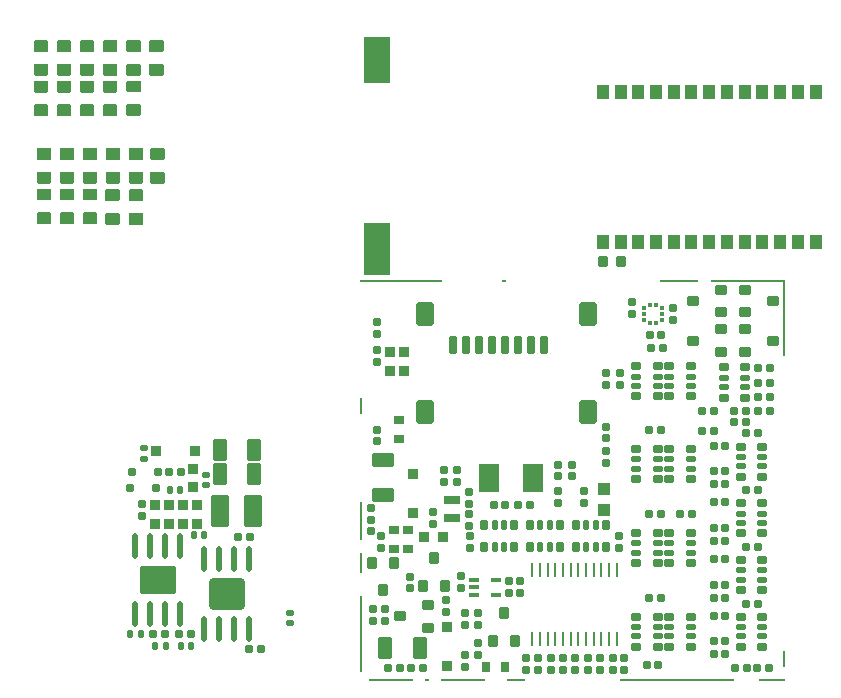
<source format=gbp>
G75*
G70*
%OFA0B0*%
%FSLAX25Y25*%
%IPPOS*%
%LPD*%
%AMOC8*
5,1,8,0,0,1.08239X$1,22.5*
%
%AMM100*
21,1,0.035430,0.030320,-0.000000,0.000000,0.000000*
21,1,0.028350,0.037400,-0.000000,0.000000,0.000000*
1,1,0.007090,0.014170,-0.015160*
1,1,0.007090,-0.014170,-0.015160*
1,1,0.007090,-0.014170,0.015160*
1,1,0.007090,0.014170,0.015160*
%
%AMM103*
21,1,0.027560,0.030710,-0.000000,0.000000,90.000000*
21,1,0.022050,0.036220,-0.000000,0.000000,90.000000*
1,1,0.005510,0.015350,0.011020*
1,1,0.005510,0.015350,-0.011020*
1,1,0.005510,-0.015350,-0.011020*
1,1,0.005510,-0.015350,0.011020*
%
%AMM124*
21,1,0.033470,0.026770,-0.000000,0.000000,180.000000*
21,1,0.026770,0.033470,-0.000000,0.000000,180.000000*
1,1,0.006690,-0.013390,0.013390*
1,1,0.006690,0.013390,0.013390*
1,1,0.006690,0.013390,-0.013390*
1,1,0.006690,-0.013390,-0.013390*
%
%AMM125*
21,1,0.025590,0.026380,-0.000000,0.000000,90.000000*
21,1,0.020470,0.031500,-0.000000,0.000000,90.000000*
1,1,0.005120,0.013190,0.010240*
1,1,0.005120,0.013190,-0.010240*
1,1,0.005120,-0.013190,-0.010240*
1,1,0.005120,-0.013190,0.010240*
%
%AMM126*
21,1,0.017720,0.027950,-0.000000,0.000000,90.000000*
21,1,0.014170,0.031500,-0.000000,0.000000,90.000000*
1,1,0.003540,0.013980,0.007090*
1,1,0.003540,0.013980,-0.007090*
1,1,0.003540,-0.013980,-0.007090*
1,1,0.003540,-0.013980,0.007090*
%
%AMM127*
21,1,0.033470,0.026770,-0.000000,0.000000,90.000000*
21,1,0.026770,0.033470,-0.000000,0.000000,90.000000*
1,1,0.006690,0.013390,0.013390*
1,1,0.006690,0.013390,-0.013390*
1,1,0.006690,-0.013390,-0.013390*
1,1,0.006690,-0.013390,0.013390*
%
%AMM128*
21,1,0.078740,0.045670,-0.000000,0.000000,270.000000*
21,1,0.067320,0.057090,-0.000000,0.000000,270.000000*
1,1,0.011420,-0.022840,-0.033660*
1,1,0.011420,-0.022840,0.033660*
1,1,0.011420,0.022840,0.033660*
1,1,0.011420,0.022840,-0.033660*
%
%AMM129*
21,1,0.059060,0.020470,-0.000000,0.000000,270.000000*
21,1,0.053940,0.025590,-0.000000,0.000000,270.000000*
1,1,0.005120,-0.010240,-0.026970*
1,1,0.005120,-0.010240,0.026970*
1,1,0.005120,0.010240,0.026970*
1,1,0.005120,0.010240,-0.026970*
%
%AMM130*
21,1,0.035430,0.030320,-0.000000,0.000000,270.000000*
21,1,0.028350,0.037400,-0.000000,0.000000,270.000000*
1,1,0.007090,-0.015160,-0.014170*
1,1,0.007090,-0.015160,0.014170*
1,1,0.007090,0.015160,0.014170*
1,1,0.007090,0.015160,-0.014170*
%
%AMM131*
21,1,0.012600,0.028980,-0.000000,0.000000,270.000000*
21,1,0.010080,0.031500,-0.000000,0.000000,270.000000*
1,1,0.002520,-0.014490,-0.005040*
1,1,0.002520,-0.014490,0.005040*
1,1,0.002520,0.014490,0.005040*
1,1,0.002520,0.014490,-0.005040*
%
%AMM132*
21,1,0.070870,0.036220,-0.000000,0.000000,90.000000*
21,1,0.061810,0.045280,-0.000000,0.000000,90.000000*
1,1,0.009060,0.018110,0.030910*
1,1,0.009060,0.018110,-0.030910*
1,1,0.009060,-0.018110,-0.030910*
1,1,0.009060,-0.018110,0.030910*
%
%AMM133*
21,1,0.035830,0.026770,-0.000000,0.000000,90.000000*
21,1,0.029130,0.033470,-0.000000,0.000000,90.000000*
1,1,0.006690,0.013390,0.014570*
1,1,0.006690,0.013390,-0.014570*
1,1,0.006690,-0.013390,-0.014570*
1,1,0.006690,-0.013390,0.014570*
%
%AMM134*
21,1,0.027560,0.049610,-0.000000,0.000000,90.000000*
21,1,0.022050,0.055120,-0.000000,0.000000,90.000000*
1,1,0.005510,0.024800,0.011020*
1,1,0.005510,0.024800,-0.011020*
1,1,0.005510,-0.024800,-0.011020*
1,1,0.005510,-0.024800,0.011020*
%
%AMM135*
21,1,0.070870,0.036220,-0.000000,0.000000,180.000000*
21,1,0.061810,0.045280,-0.000000,0.000000,180.000000*
1,1,0.009060,-0.030910,0.018110*
1,1,0.009060,0.030910,0.018110*
1,1,0.009060,0.030910,-0.018110*
1,1,0.009060,-0.030910,-0.018110*
%
%AMM136*
21,1,0.027560,0.030710,-0.000000,0.000000,180.000000*
21,1,0.022050,0.036220,-0.000000,0.000000,180.000000*
1,1,0.005510,-0.011020,0.015350*
1,1,0.005510,0.011020,0.015350*
1,1,0.005510,0.011020,-0.015350*
1,1,0.005510,-0.011020,-0.015350*
%
%AMM42*
21,1,0.035830,0.026770,0.000000,0.000000,0.000000*
21,1,0.029130,0.033470,0.000000,0.000000,0.000000*
1,1,0.006690,0.014570,-0.013390*
1,1,0.006690,-0.014570,-0.013390*
1,1,0.006690,-0.014570,0.013390*
1,1,0.006690,0.014570,0.013390*
%
%AMM44*
21,1,0.070870,0.036220,0.000000,0.000000,90.000000*
21,1,0.061810,0.045280,0.000000,0.000000,90.000000*
1,1,0.009060,0.018110,0.030910*
1,1,0.009060,0.018110,-0.030910*
1,1,0.009060,-0.018110,-0.030910*
1,1,0.009060,-0.018110,0.030910*
%
%AMM66*
21,1,0.023620,0.018900,0.000000,0.000000,90.000000*
21,1,0.018900,0.023620,0.000000,0.000000,90.000000*
1,1,0.004720,0.009450,0.009450*
1,1,0.004720,0.009450,-0.009450*
1,1,0.004720,-0.009450,-0.009450*
1,1,0.004720,-0.009450,0.009450*
%
%AMM67*
21,1,0.019680,0.019680,0.000000,0.000000,0.000000*
21,1,0.015750,0.023620,0.000000,0.000000,0.000000*
1,1,0.003940,0.007870,-0.009840*
1,1,0.003940,-0.007870,-0.009840*
1,1,0.003940,-0.007870,0.009840*
1,1,0.003940,0.007870,0.009840*
%
%AMM68*
21,1,0.019680,0.019680,0.000000,0.000000,270.000000*
21,1,0.015750,0.023620,0.000000,0.000000,270.000000*
1,1,0.003940,-0.009840,-0.007870*
1,1,0.003940,-0.009840,0.007870*
1,1,0.003940,0.009840,0.007870*
1,1,0.003940,0.009840,-0.007870*
%
%AMM82*
21,1,0.106300,0.050390,0.000000,0.000000,90.000000*
21,1,0.093700,0.062990,0.000000,0.000000,90.000000*
1,1,0.012600,0.025200,0.046850*
1,1,0.012600,0.025200,-0.046850*
1,1,0.012600,-0.025200,-0.046850*
1,1,0.012600,-0.025200,0.046850*
%
%AMM83*
21,1,0.033470,0.026770,0.000000,0.000000,270.000000*
21,1,0.026770,0.033470,0.000000,0.000000,270.000000*
1,1,0.006690,-0.013390,-0.013390*
1,1,0.006690,-0.013390,0.013390*
1,1,0.006690,0.013390,0.013390*
1,1,0.006690,0.013390,-0.013390*
%
%AMM84*
21,1,0.023620,0.018900,0.000000,0.000000,180.000000*
21,1,0.018900,0.023620,0.000000,0.000000,180.000000*
1,1,0.004720,-0.009450,0.009450*
1,1,0.004720,0.009450,0.009450*
1,1,0.004720,0.009450,-0.009450*
1,1,0.004720,-0.009450,-0.009450*
%
%AMM85*
21,1,0.122050,0.075590,0.000000,0.000000,180.000000*
21,1,0.103150,0.094490,0.000000,0.000000,180.000000*
1,1,0.018900,-0.051580,0.037800*
1,1,0.018900,0.051580,0.037800*
1,1,0.018900,0.051580,-0.037800*
1,1,0.018900,-0.051580,-0.037800*
%
%AMM86*
21,1,0.118110,0.083460,0.000000,0.000000,0.000000*
21,1,0.097240,0.104330,0.000000,0.000000,0.000000*
1,1,0.020870,0.048620,-0.041730*
1,1,0.020870,-0.048620,-0.041730*
1,1,0.020870,-0.048620,0.041730*
1,1,0.020870,0.048620,0.041730*
%
%AMM92*
21,1,0.025590,0.026380,-0.000000,0.000000,0.000000*
21,1,0.020470,0.031500,-0.000000,0.000000,0.000000*
1,1,0.005120,0.010240,-0.013190*
1,1,0.005120,-0.010240,-0.013190*
1,1,0.005120,-0.010240,0.013190*
1,1,0.005120,0.010240,0.013190*
%
%AMM93*
21,1,0.017720,0.027950,-0.000000,0.000000,0.000000*
21,1,0.014170,0.031500,-0.000000,0.000000,0.000000*
1,1,0.003540,0.007090,-0.013980*
1,1,0.003540,-0.007090,-0.013980*
1,1,0.003540,-0.007090,0.013980*
1,1,0.003540,0.007090,0.013980*
%
%AMM96*
21,1,0.027560,0.018900,-0.000000,0.000000,180.000000*
21,1,0.022840,0.023620,-0.000000,0.000000,180.000000*
1,1,0.004720,-0.011420,0.009450*
1,1,0.004720,0.011420,0.009450*
1,1,0.004720,0.011420,-0.009450*
1,1,0.004720,-0.011420,-0.009450*
%
%AMM98*
21,1,0.027560,0.018900,-0.000000,0.000000,270.000000*
21,1,0.022840,0.023620,-0.000000,0.000000,270.000000*
1,1,0.004720,-0.009450,-0.011420*
1,1,0.004720,-0.009450,0.011420*
1,1,0.004720,0.009450,0.011420*
1,1,0.004720,0.009450,-0.011420*
%
%ADD142R,0.01378X0.01476*%
%ADD147M42*%
%ADD149R,0.01476X0.01378*%
%ADD152M44*%
%ADD18R,0.14567X0.00787*%
%ADD182M66*%
%ADD183M67*%
%ADD184M68*%
%ADD19R,0.01575X0.00787*%
%ADD20R,0.06299X0.00787*%
%ADD201M82*%
%ADD202M83*%
%ADD203M84*%
%ADD204O,0.01968X0.08661*%
%ADD205M85*%
%ADD206M86*%
%ADD21R,0.38189X0.00787*%
%ADD213M92*%
%ADD214M93*%
%ADD218M96*%
%ADD22R,0.09055X0.00787*%
%ADD220M98*%
%ADD222M100*%
%ADD226M103*%
%ADD23R,0.00787X0.05512*%
%ADD24R,0.00787X0.25197*%
%ADD249M124*%
%ADD25R,0.00787X0.06693*%
%ADD250M125*%
%ADD251M126*%
%ADD252M127*%
%ADD253M128*%
%ADD254M129*%
%ADD255M130*%
%ADD256M131*%
%ADD257O,0.00984X0.04961*%
%ADD258M132*%
%ADD259M133*%
%ADD26R,0.00787X0.12992*%
%ADD260R,0.06693X0.09449*%
%ADD261M134*%
%ADD262R,0.04331X0.03937*%
%ADD263M135*%
%ADD264M136*%
%ADD27R,0.27559X0.00787*%
%ADD28R,0.12992X0.00787*%
%ADD29R,0.24803X0.00787*%
%ADD62R,0.03937X0.05118*%
%ADD63R,0.09055X0.17323*%
%ADD64R,0.09055X0.15748*%
X0000000Y0000000D02*
%LPD*%
G01*
G36*
G01*
X0057579Y0203996D02*
X0053445Y0203996D01*
G75*
G02*
X0053051Y0204390I0000000J0000394D01*
G01*
X0053051Y0207539D01*
G75*
G02*
X0053445Y0207933I0000394J0000000D01*
G01*
X0057579Y0207933D01*
G75*
G02*
X0057973Y0207539I0000000J-000394D01*
G01*
X0057973Y0204390D01*
G75*
G02*
X0057579Y0203996I-000394J0000000D01*
G01*
G37*
G36*
G01*
X0057579Y0211870D02*
X0053445Y0211870D01*
G75*
G02*
X0053051Y0212264I0000000J0000394D01*
G01*
X0053051Y0215413D01*
G75*
G02*
X0053445Y0215807I0000394J0000000D01*
G01*
X0057579Y0215807D01*
G75*
G02*
X0057973Y0215413I0000000J-000394D01*
G01*
X0057973Y0212264D01*
G75*
G02*
X0057579Y0211870I-000394J0000000D01*
G01*
G37*
G36*
G01*
X0042028Y0203937D02*
X0037894Y0203937D01*
G75*
G02*
X0037500Y0204331I0000000J0000394D01*
G01*
X0037500Y0207480D01*
G75*
G02*
X0037894Y0207874I0000394J0000000D01*
G01*
X0042028Y0207874D01*
G75*
G02*
X0042421Y0207480I0000000J-000394D01*
G01*
X0042421Y0204331D01*
G75*
G02*
X0042028Y0203937I-000394J0000000D01*
G01*
G37*
G36*
G01*
X0042028Y0211811D02*
X0037894Y0211811D01*
G75*
G02*
X0037500Y0212205I0000000J0000394D01*
G01*
X0037500Y0215354D01*
G75*
G02*
X0037894Y0215748I0000394J0000000D01*
G01*
X0042028Y0215748D01*
G75*
G02*
X0042421Y0215354I0000000J-000394D01*
G01*
X0042421Y0212205D01*
G75*
G02*
X0042028Y0211811I-000394J0000000D01*
G01*
G37*
G36*
G01*
X0037894Y0229252D02*
X0042028Y0229252D01*
G75*
G02*
X0042421Y0228858I0000000J-000394D01*
G01*
X0042421Y0225709D01*
G75*
G02*
X0042028Y0225315I-000394J0000000D01*
G01*
X0037894Y0225315D01*
G75*
G02*
X0037500Y0225709I0000000J0000394D01*
G01*
X0037500Y0228858D01*
G75*
G02*
X0037894Y0229252I0000394J0000000D01*
G01*
G37*
G36*
G01*
X0037894Y0221378D02*
X0042028Y0221378D01*
G75*
G02*
X0042421Y0220984I0000000J-000394D01*
G01*
X0042421Y0217835D01*
G75*
G02*
X0042028Y0217441I-000394J0000000D01*
G01*
X0037894Y0217441D01*
G75*
G02*
X0037500Y0217835I0000000J0000394D01*
G01*
X0037500Y0220984D01*
G75*
G02*
X0037894Y0221378I0000394J0000000D01*
G01*
G37*
G36*
G01*
X0038878Y0193307D02*
X0043012Y0193307D01*
G75*
G02*
X0043405Y0192913I0000000J-000394D01*
G01*
X0043405Y0189764D01*
G75*
G02*
X0043012Y0189370I-000394J0000000D01*
G01*
X0038878Y0189370D01*
G75*
G02*
X0038484Y0189764I0000000J0000394D01*
G01*
X0038484Y0192913D01*
G75*
G02*
X0038878Y0193307I0000394J0000000D01*
G01*
G37*
G36*
G01*
X0038878Y0185433D02*
X0043012Y0185433D01*
G75*
G02*
X0043405Y0185039I0000000J-000394D01*
G01*
X0043405Y0181890D01*
G75*
G02*
X0043012Y0181496I-000394J0000000D01*
G01*
X0038878Y0181496D01*
G75*
G02*
X0038484Y0181890I0000000J0000394D01*
G01*
X0038484Y0185039D01*
G75*
G02*
X0038878Y0185433I0000394J0000000D01*
G01*
G37*
D62*
X0282776Y0161860D03*
X0276870Y0161860D03*
X0270965Y0161860D03*
X0265059Y0161860D03*
X0259153Y0161860D03*
X0253248Y0161860D03*
X0247342Y0161860D03*
X0241437Y0161860D03*
X0235531Y0161860D03*
X0229626Y0161860D03*
X0223720Y0161860D03*
X0217815Y0161860D03*
X0211909Y0161860D03*
X0211909Y0211860D03*
X0217815Y0211860D03*
X0223720Y0211860D03*
X0229626Y0211860D03*
X0235531Y0211860D03*
X0241437Y0211860D03*
X0247342Y0211860D03*
X0253248Y0211860D03*
X0259153Y0211860D03*
X0265059Y0211860D03*
X0270965Y0211860D03*
X0276870Y0211860D03*
X0282776Y0211860D03*
G36*
G01*
X0210177Y0154173D02*
X0210177Y0156850D01*
G75*
G02*
X0210512Y0157185I0000335J0000000D01*
G01*
X0213189Y0157185D01*
G75*
G02*
X0213524Y0156850I0000000J-000335D01*
G01*
X0213524Y0154173D01*
G75*
G02*
X0213189Y0153839I-000335J0000000D01*
G01*
X0210512Y0153839D01*
G75*
G02*
X0210177Y0154173I0000000J0000335D01*
G01*
G37*
G36*
G01*
X0216398Y0154173D02*
X0216398Y0156850D01*
G75*
G02*
X0216732Y0157185I0000335J0000000D01*
G01*
X0219409Y0157185D01*
G75*
G02*
X0219744Y0156850I0000000J-000335D01*
G01*
X0219744Y0154173D01*
G75*
G02*
X0219409Y0153839I-000335J0000000D01*
G01*
X0216732Y0153839D01*
G75*
G02*
X0216398Y0154173I0000000J0000335D01*
G01*
G37*
G36*
G01*
X0043012Y0167992D02*
X0038878Y0167992D01*
G75*
G02*
X0038484Y0168386I0000000J0000394D01*
G01*
X0038484Y0171535D01*
G75*
G02*
X0038878Y0171929I0000394J0000000D01*
G01*
X0043012Y0171929D01*
G75*
G02*
X0043405Y0171535I0000000J-000394D01*
G01*
X0043405Y0168386D01*
G75*
G02*
X0043012Y0167992I-000394J0000000D01*
G01*
G37*
G36*
G01*
X0043012Y0175866D02*
X0038878Y0175866D01*
G75*
G02*
X0038484Y0176260I0000000J0000394D01*
G01*
X0038484Y0179409D01*
G75*
G02*
X0038878Y0179803I0000394J0000000D01*
G01*
X0043012Y0179803D01*
G75*
G02*
X0043405Y0179409I0000000J-000394D01*
G01*
X0043405Y0176260D01*
G75*
G02*
X0043012Y0175866I-000394J0000000D01*
G01*
G37*
G36*
G01*
X0035335Y0167992D02*
X0031201Y0167992D01*
G75*
G02*
X0030807Y0168386I0000000J0000394D01*
G01*
X0030807Y0171535D01*
G75*
G02*
X0031201Y0171929I0000394J0000000D01*
G01*
X0035335Y0171929D01*
G75*
G02*
X0035728Y0171535I0000000J-000394D01*
G01*
X0035728Y0168386D01*
G75*
G02*
X0035335Y0167992I-000394J0000000D01*
G01*
G37*
G36*
G01*
X0035335Y0175866D02*
X0031201Y0175866D01*
G75*
G02*
X0030807Y0176260I0000000J0000394D01*
G01*
X0030807Y0179409D01*
G75*
G02*
X0031201Y0179803I0000394J0000000D01*
G01*
X0035335Y0179803D01*
G75*
G02*
X0035728Y0179409I0000000J-000394D01*
G01*
X0035728Y0176260D01*
G75*
G02*
X0035335Y0175866I-000394J0000000D01*
G01*
G37*
G36*
G01*
X0026673Y0203937D02*
X0022540Y0203937D01*
G75*
G02*
X0022146Y0204331I0000000J0000394D01*
G01*
X0022146Y0207480D01*
G75*
G02*
X0022540Y0207874I0000394J0000000D01*
G01*
X0026673Y0207874D01*
G75*
G02*
X0027067Y0207480I0000000J-000394D01*
G01*
X0027067Y0204331D01*
G75*
G02*
X0026673Y0203937I-000394J0000000D01*
G01*
G37*
G36*
G01*
X0026673Y0211811D02*
X0022540Y0211811D01*
G75*
G02*
X0022146Y0212205I0000000J0000394D01*
G01*
X0022146Y0215354D01*
G75*
G02*
X0022540Y0215748I0000394J0000000D01*
G01*
X0026673Y0215748D01*
G75*
G02*
X0027067Y0215354I0000000J-000394D01*
G01*
X0027067Y0212205D01*
G75*
G02*
X0026673Y0211811I-000394J0000000D01*
G01*
G37*
G36*
G01*
X0049705Y0203937D02*
X0045571Y0203937D01*
G75*
G02*
X0045177Y0204331I0000000J0000394D01*
G01*
X0045177Y0207480D01*
G75*
G02*
X0045571Y0207874I0000394J0000000D01*
G01*
X0049705Y0207874D01*
G75*
G02*
X0050098Y0207480I0000000J-000394D01*
G01*
X0050098Y0204331D01*
G75*
G02*
X0049705Y0203937I-000394J0000000D01*
G01*
G37*
G36*
G01*
X0049705Y0211811D02*
X0045571Y0211811D01*
G75*
G02*
X0045177Y0212205I0000000J0000394D01*
G01*
X0045177Y0215354D01*
G75*
G02*
X0045571Y0215748I0000394J0000000D01*
G01*
X0049705Y0215748D01*
G75*
G02*
X0050098Y0215354I0000000J-000394D01*
G01*
X0050098Y0212205D01*
G75*
G02*
X0049705Y0211811I-000394J0000000D01*
G01*
G37*
G36*
G01*
X0034350Y0203937D02*
X0030217Y0203937D01*
G75*
G02*
X0029823Y0204331I0000000J0000394D01*
G01*
X0029823Y0207480D01*
G75*
G02*
X0030217Y0207874I0000394J0000000D01*
G01*
X0034350Y0207874D01*
G75*
G02*
X0034744Y0207480I0000000J-000394D01*
G01*
X0034744Y0204331D01*
G75*
G02*
X0034350Y0203937I-000394J0000000D01*
G01*
G37*
G36*
G01*
X0034350Y0211811D02*
X0030217Y0211811D01*
G75*
G02*
X0029823Y0212205I0000000J0000394D01*
G01*
X0029823Y0215354D01*
G75*
G02*
X0030217Y0215748I0000394J0000000D01*
G01*
X0034350Y0215748D01*
G75*
G02*
X0034744Y0215354I0000000J-000394D01*
G01*
X0034744Y0212205D01*
G75*
G02*
X0034350Y0211811I-000394J0000000D01*
G01*
G37*
G36*
G01*
X0060925Y0229252D02*
X0065059Y0229252D01*
G75*
G02*
X0065453Y0228858I0000000J-000394D01*
G01*
X0065453Y0225709D01*
G75*
G02*
X0065059Y0225315I-000394J0000000D01*
G01*
X0060925Y0225315D01*
G75*
G02*
X0060532Y0225709I0000000J0000394D01*
G01*
X0060532Y0228858D01*
G75*
G02*
X0060925Y0229252I0000394J0000000D01*
G01*
G37*
G36*
G01*
X0060925Y0221378D02*
X0065059Y0221378D01*
G75*
G02*
X0065453Y0220984I0000000J-000394D01*
G01*
X0065453Y0217835D01*
G75*
G02*
X0065059Y0217441I-000394J0000000D01*
G01*
X0060925Y0217441D01*
G75*
G02*
X0060532Y0217835I0000000J0000394D01*
G01*
X0060532Y0220984D01*
G75*
G02*
X0060925Y0221378I0000394J0000000D01*
G01*
G37*
G36*
G01*
X0023524Y0193307D02*
X0027658Y0193307D01*
G75*
G02*
X0028051Y0192913I0000000J-000394D01*
G01*
X0028051Y0189764D01*
G75*
G02*
X0027658Y0189370I-000394J0000000D01*
G01*
X0023524Y0189370D01*
G75*
G02*
X0023130Y0189764I0000000J0000394D01*
G01*
X0023130Y0192913D01*
G75*
G02*
X0023524Y0193307I0000394J0000000D01*
G01*
G37*
G36*
G01*
X0023524Y0185433D02*
X0027658Y0185433D01*
G75*
G02*
X0028051Y0185039I0000000J-000394D01*
G01*
X0028051Y0181890D01*
G75*
G02*
X0027658Y0181496I-000394J0000000D01*
G01*
X0023524Y0181496D01*
G75*
G02*
X0023130Y0181890I0000000J0000394D01*
G01*
X0023130Y0185039D01*
G75*
G02*
X0023524Y0185433I0000394J0000000D01*
G01*
G37*
G36*
G01*
X0027658Y0167992D02*
X0023524Y0167992D01*
G75*
G02*
X0023130Y0168386I0000000J0000394D01*
G01*
X0023130Y0171535D01*
G75*
G02*
X0023524Y0171929I0000394J0000000D01*
G01*
X0027658Y0171929D01*
G75*
G02*
X0028051Y0171535I0000000J-000394D01*
G01*
X0028051Y0168386D01*
G75*
G02*
X0027658Y0167992I-000394J0000000D01*
G01*
G37*
G36*
G01*
X0027658Y0175866D02*
X0023524Y0175866D01*
G75*
G02*
X0023130Y0176260I0000000J0000394D01*
G01*
X0023130Y0179409D01*
G75*
G02*
X0023524Y0179803I0000394J0000000D01*
G01*
X0027658Y0179803D01*
G75*
G02*
X0028051Y0179409I0000000J-000394D01*
G01*
X0028051Y0176260D01*
G75*
G02*
X0027658Y0175866I-000394J0000000D01*
G01*
G37*
G36*
G01*
X0054232Y0193307D02*
X0058366Y0193307D01*
G75*
G02*
X0058760Y0192913I0000000J-000394D01*
G01*
X0058760Y0189764D01*
G75*
G02*
X0058366Y0189370I-000394J0000000D01*
G01*
X0054232Y0189370D01*
G75*
G02*
X0053838Y0189764I0000000J0000394D01*
G01*
X0053838Y0192913D01*
G75*
G02*
X0054232Y0193307I0000394J0000000D01*
G01*
G37*
G36*
G01*
X0054232Y0185433D02*
X0058366Y0185433D01*
G75*
G02*
X0058760Y0185039I0000000J-000394D01*
G01*
X0058760Y0181890D01*
G75*
G02*
X0058366Y0181496I-000394J0000000D01*
G01*
X0054232Y0181496D01*
G75*
G02*
X0053838Y0181890I0000000J0000394D01*
G01*
X0053838Y0185039D01*
G75*
G02*
X0054232Y0185433I0000394J0000000D01*
G01*
G37*
D63*
X0136614Y0159842D03*
D64*
X0136614Y0222834D03*
G36*
G01*
X0058366Y0167716D02*
X0054232Y0167716D01*
G75*
G02*
X0053839Y0168110I0000000J0000394D01*
G01*
X0053839Y0171260D01*
G75*
G02*
X0054232Y0171653I0000394J0000000D01*
G01*
X0058366Y0171653D01*
G75*
G02*
X0058760Y0171260I0000000J-000394D01*
G01*
X0058760Y0168110D01*
G75*
G02*
X0058366Y0167716I-000394J0000000D01*
G01*
G37*
G36*
G01*
X0058366Y0175591D02*
X0054232Y0175591D01*
G75*
G02*
X0053839Y0175984I0000000J0000394D01*
G01*
X0053839Y0179134D01*
G75*
G02*
X0054232Y0179528I0000394J0000000D01*
G01*
X0058366Y0179528D01*
G75*
G02*
X0058760Y0179134I0000000J-000394D01*
G01*
X0058760Y0175984D01*
G75*
G02*
X0058366Y0175591I-000394J0000000D01*
G01*
G37*
G36*
G01*
X0061319Y0193307D02*
X0065453Y0193307D01*
G75*
G02*
X0065846Y0192913I0000000J-000394D01*
G01*
X0065846Y0189764D01*
G75*
G02*
X0065453Y0189370I-000394J0000000D01*
G01*
X0061319Y0189370D01*
G75*
G02*
X0060925Y0189764I0000000J0000394D01*
G01*
X0060925Y0192913D01*
G75*
G02*
X0061319Y0193307I0000394J0000000D01*
G01*
G37*
G36*
G01*
X0061319Y0185433D02*
X0065453Y0185433D01*
G75*
G02*
X0065846Y0185039I0000000J-000394D01*
G01*
X0065846Y0181890D01*
G75*
G02*
X0065453Y0181496I-000394J0000000D01*
G01*
X0061319Y0181496D01*
G75*
G02*
X0060925Y0181890I0000000J0000394D01*
G01*
X0060925Y0185039D01*
G75*
G02*
X0061319Y0185433I0000394J0000000D01*
G01*
G37*
G36*
G01*
X0046555Y0193307D02*
X0050689Y0193307D01*
G75*
G02*
X0051083Y0192913I0000000J-000394D01*
G01*
X0051083Y0189764D01*
G75*
G02*
X0050689Y0189370I-000394J0000000D01*
G01*
X0046555Y0189370D01*
G75*
G02*
X0046161Y0189764I0000000J0000394D01*
G01*
X0046161Y0192913D01*
G75*
G02*
X0046555Y0193307I0000394J0000000D01*
G01*
G37*
G36*
G01*
X0046555Y0185433D02*
X0050689Y0185433D01*
G75*
G02*
X0051083Y0185039I0000000J-000394D01*
G01*
X0051083Y0181890D01*
G75*
G02*
X0050689Y0181496I-000394J0000000D01*
G01*
X0046555Y0181496D01*
G75*
G02*
X0046161Y0181890I0000000J0000394D01*
G01*
X0046161Y0185039D01*
G75*
G02*
X0046555Y0185433I0000394J0000000D01*
G01*
G37*
G36*
G01*
X0050492Y0167716D02*
X0046358Y0167716D01*
G75*
G02*
X0045965Y0168110I0000000J0000394D01*
G01*
X0045965Y0171260D01*
G75*
G02*
X0046358Y0171653I0000394J0000000D01*
G01*
X0050492Y0171653D01*
G75*
G02*
X0050886Y0171260I0000000J-000394D01*
G01*
X0050886Y0168110D01*
G75*
G02*
X0050492Y0167716I-000394J0000000D01*
G01*
G37*
G36*
G01*
X0050492Y0175591D02*
X0046358Y0175591D01*
G75*
G02*
X0045965Y0175984I0000000J0000394D01*
G01*
X0045965Y0179134D01*
G75*
G02*
X0046358Y0179528I0000394J0000000D01*
G01*
X0050492Y0179528D01*
G75*
G02*
X0050886Y0179134I0000000J-000394D01*
G01*
X0050886Y0175984D01*
G75*
G02*
X0050492Y0175591I-000394J0000000D01*
G01*
G37*
G36*
G01*
X0022540Y0229252D02*
X0026673Y0229252D01*
G75*
G02*
X0027067Y0228858I0000000J-000394D01*
G01*
X0027067Y0225709D01*
G75*
G02*
X0026673Y0225315I-000394J0000000D01*
G01*
X0022540Y0225315D01*
G75*
G02*
X0022146Y0225709I0000000J0000394D01*
G01*
X0022146Y0228858D01*
G75*
G02*
X0022540Y0229252I0000394J0000000D01*
G01*
G37*
G36*
G01*
X0022540Y0221378D02*
X0026673Y0221378D01*
G75*
G02*
X0027067Y0220984I0000000J-000394D01*
G01*
X0027067Y0217835D01*
G75*
G02*
X0026673Y0217441I-000394J0000000D01*
G01*
X0022540Y0217441D01*
G75*
G02*
X0022146Y0217835I0000000J0000394D01*
G01*
X0022146Y0220984D01*
G75*
G02*
X0022540Y0221378I0000394J0000000D01*
G01*
G37*
G36*
G01*
X0045571Y0229252D02*
X0049705Y0229252D01*
G75*
G02*
X0050098Y0228858I0000000J-000394D01*
G01*
X0050098Y0225709D01*
G75*
G02*
X0049705Y0225315I-000394J0000000D01*
G01*
X0045571Y0225315D01*
G75*
G02*
X0045177Y0225709I0000000J0000394D01*
G01*
X0045177Y0228858D01*
G75*
G02*
X0045571Y0229252I0000394J0000000D01*
G01*
G37*
G36*
G01*
X0045571Y0221378D02*
X0049705Y0221378D01*
G75*
G02*
X0050098Y0220984I0000000J-000394D01*
G01*
X0050098Y0217835D01*
G75*
G02*
X0049705Y0217441I-000394J0000000D01*
G01*
X0045571Y0217441D01*
G75*
G02*
X0045177Y0217835I0000000J0000394D01*
G01*
X0045177Y0220984D01*
G75*
G02*
X0045571Y0221378I0000394J0000000D01*
G01*
G37*
G36*
G01*
X0030217Y0229252D02*
X0034350Y0229252D01*
G75*
G02*
X0034744Y0228858I0000000J-000394D01*
G01*
X0034744Y0225709D01*
G75*
G02*
X0034350Y0225315I-000394J0000000D01*
G01*
X0030217Y0225315D01*
G75*
G02*
X0029823Y0225709I0000000J0000394D01*
G01*
X0029823Y0228858D01*
G75*
G02*
X0030217Y0229252I0000394J0000000D01*
G01*
G37*
G36*
G01*
X0030217Y0221378D02*
X0034350Y0221378D01*
G75*
G02*
X0034744Y0220984I0000000J-000394D01*
G01*
X0034744Y0217835D01*
G75*
G02*
X0034350Y0217441I-000394J0000000D01*
G01*
X0030217Y0217441D01*
G75*
G02*
X0029823Y0217835I0000000J0000394D01*
G01*
X0029823Y0220984D01*
G75*
G02*
X0030217Y0221378I0000394J0000000D01*
G01*
G37*
G36*
G01*
X0053445Y0229193D02*
X0057579Y0229193D01*
G75*
G02*
X0057973Y0228799I0000000J-000394D01*
G01*
X0057973Y0225650D01*
G75*
G02*
X0057579Y0225256I-000394J0000000D01*
G01*
X0053445Y0225256D01*
G75*
G02*
X0053051Y0225650I0000000J0000394D01*
G01*
X0053051Y0228799D01*
G75*
G02*
X0053445Y0229193I0000394J0000000D01*
G01*
G37*
G36*
G01*
X0053445Y0221319D02*
X0057579Y0221319D01*
G75*
G02*
X0057973Y0220925I0000000J-000394D01*
G01*
X0057973Y0217776D01*
G75*
G02*
X0057579Y0217382I-000394J0000000D01*
G01*
X0053445Y0217382D01*
G75*
G02*
X0053051Y0217776I0000000J0000394D01*
G01*
X0053051Y0220925D01*
G75*
G02*
X0053445Y0221319I0000394J0000000D01*
G01*
G37*
G36*
G01*
X0031201Y0193307D02*
X0035335Y0193307D01*
G75*
G02*
X0035728Y0192913I0000000J-000394D01*
G01*
X0035728Y0189764D01*
G75*
G02*
X0035335Y0189370I-000394J0000000D01*
G01*
X0031201Y0189370D01*
G75*
G02*
X0030807Y0189764I0000000J0000394D01*
G01*
X0030807Y0192913D01*
G75*
G02*
X0031201Y0193307I0000394J0000000D01*
G01*
G37*
G36*
G01*
X0031201Y0185433D02*
X0035335Y0185433D01*
G75*
G02*
X0035728Y0185039I0000000J-000394D01*
G01*
X0035728Y0181890D01*
G75*
G02*
X0035335Y0181496I-000394J0000000D01*
G01*
X0031201Y0181496D01*
G75*
G02*
X0030807Y0181890I0000000J0000394D01*
G01*
X0030807Y0185039D01*
G75*
G02*
X0031201Y0185433I0000394J0000000D01*
G01*
G37*
X0272638Y0015551D02*
G01*
G75*
D26*
X0131299Y0068898D02*
D03*
D25*
X0131299Y0055118D02*
D03*
D28*
X0237402Y0149016D02*
D03*
D23*
X0131299Y0107283D02*
D03*
X0272244Y0023031D02*
D03*
D24*
X0272244Y0136811D02*
D03*
X0131299Y0031299D02*
D03*
D21*
X0236614Y0015945D02*
D03*
D22*
X0268110Y0015945D02*
D03*
D20*
X0182874Y0015945D02*
D03*
D29*
X0260236Y0149016D02*
D03*
D27*
X0144685Y0149016D02*
D03*
D18*
X0165355Y0015945D02*
D03*
X0141339Y0015945D02*
D03*
D19*
X0153347Y0015945D02*
D03*
X0178937Y0149016D02*
D03*
D213*
X0187599Y0067520D02*
D03*
X0212894Y0067520D02*
D03*
X0197638Y0067520D02*
D03*
X0202854Y0067520D02*
D03*
X0172343Y0060433D02*
D03*
X0172343Y0067520D02*
D03*
X0182382Y0067520D02*
D03*
X0182382Y0060433D02*
D03*
X0212894Y0060433D02*
D03*
X0202854Y0060433D02*
D03*
X0197638Y0060433D02*
D03*
X0187599Y0060433D02*
D03*
D214*
X0191044Y0067520D02*
D03*
X0206299Y0067520D02*
D03*
X0194193Y0067520D02*
D03*
X0209449Y0067520D02*
D03*
X0178937Y0067520D02*
D03*
X0175788Y0067520D02*
D03*
X0175788Y0060433D02*
D03*
X0178937Y0060433D02*
D03*
X0206299Y0060433D02*
D03*
X0209449Y0060433D02*
D03*
X0191044Y0060433D02*
D03*
X0194193Y0060433D02*
D03*
D218*
X0134449Y0069488D02*
D03*
X0134449Y0065551D02*
D03*
X0137992Y0063976D02*
D03*
X0137992Y0060039D02*
D03*
X0155315Y0071850D02*
D03*
X0155315Y0067913D02*
D03*
X0213017Y0100503D02*
D03*
X0213017Y0096566D02*
D03*
X0213017Y0092307D02*
D03*
X0213017Y0088370D02*
D03*
X0180550Y0048985D02*
D03*
X0180550Y0045048D02*
D03*
X0184273Y0048985D02*
D03*
X0184273Y0045048D02*
D03*
X0147441Y0046569D02*
D03*
X0147441Y0050506D02*
D03*
X0136508Y0135203D02*
D03*
X0136747Y0099455D02*
D03*
X0213017Y0114370D02*
D03*
X0158859Y0082086D02*
D03*
X0163189Y0082086D02*
D03*
X0167408Y0078656D02*
D03*
X0167353Y0067379D02*
D03*
X0197013Y0087795D02*
D03*
X0197013Y0079006D02*
D03*
X0205498Y0075069D02*
D03*
X0235364Y0139986D02*
D03*
X0217520Y0114370D02*
D03*
X0134449Y0073425D02*
D03*
X0167444Y0060039D02*
D03*
X0166046Y0038386D02*
D03*
X0166046Y0024321D02*
D03*
X0170276Y0038386D02*
D03*
X0170276Y0024321D02*
D03*
X0217184Y0064024D02*
D03*
X0219095Y0019488D02*
D03*
X0158859Y0086023D02*
D03*
X0197013Y0075069D02*
D03*
X0197013Y0083858D02*
D03*
X0201501Y0083858D02*
D03*
X0201501Y0087795D02*
D03*
X0221457Y0141929D02*
D03*
X0221457Y0137992D02*
D03*
X0235364Y0136049D02*
D03*
X0164540Y0050604D02*
D03*
X0164540Y0046667D02*
D03*
X0166046Y0020383D02*
D03*
X0167444Y0063976D02*
D03*
X0205498Y0079006D02*
D03*
X0167353Y0071316D02*
D03*
X0167408Y0074719D02*
D03*
X0170276Y0034449D02*
D03*
X0217184Y0060087D02*
D03*
X0219095Y0023425D02*
D03*
X0136747Y0095518D02*
D03*
X0134449Y0069488D02*
D03*
X0159473Y0042716D02*
D03*
X0159473Y0038779D02*
D03*
X0166046Y0034449D02*
D03*
X0217520Y0118307D02*
D03*
X0213017Y0118307D02*
D03*
X0163189Y0086023D02*
D03*
X0136508Y0131266D02*
D03*
X0136508Y0121950D02*
D03*
X0136508Y0125887D02*
D03*
X0170276Y0028258D02*
D03*
X0215158Y0019488D02*
D03*
X0215158Y0023425D02*
D03*
X0202756Y0019488D02*
D03*
X0202756Y0023425D02*
D03*
X0198622Y0019488D02*
D03*
X0198622Y0023425D02*
D03*
X0190354Y0019488D02*
D03*
X0190354Y0023425D02*
D03*
X0194488Y0019488D02*
D03*
X0194488Y0023425D02*
D03*
X0186221Y0019488D02*
D03*
X0186221Y0023425D02*
D03*
X0206890Y0019488D02*
D03*
X0206890Y0023425D02*
D03*
X0211024Y0019488D02*
D03*
X0211024Y0023425D02*
D03*
D220*
X0183662Y0074478D02*
D03*
X0179429Y0074478D02*
D03*
X0267520Y0119882D02*
D03*
X0267520Y0115157D02*
D03*
X0267520Y0110433D02*
D03*
X0267520Y0105709D02*
D03*
X0139173Y0035630D02*
D03*
X0139173Y0039764D02*
D03*
X0231394Y0130944D02*
D03*
X0227457Y0130944D02*
D03*
X0140355Y0020015D02*
D03*
X0144291Y0020015D02*
D03*
X0175492Y0074478D02*
D03*
X0187599Y0074478D02*
D03*
X0231890Y0126772D02*
D03*
X0227953Y0126772D02*
D03*
X0259666Y0101999D02*
D03*
X0255729Y0101999D02*
D03*
X0255729Y0105709D02*
D03*
X0259666Y0105709D02*
D03*
X0245079Y0105709D02*
D03*
X0249016Y0105709D02*
D03*
X0263583Y0105709D02*
D03*
X0263583Y0110433D02*
D03*
X0263583Y0119882D02*
D03*
X0263583Y0115157D02*
D03*
X0230389Y0021050D02*
D03*
X0226452Y0021050D02*
D03*
X0227362Y0071260D02*
D03*
X0231299Y0071260D02*
D03*
X0237599Y0071260D02*
D03*
X0241536Y0071260D02*
D03*
X0227362Y0043307D02*
D03*
X0231299Y0043307D02*
D03*
X0252756Y0066732D02*
D03*
X0248819Y0066732D02*
D03*
X0252756Y0037402D02*
D03*
X0248819Y0037402D02*
D03*
X0252756Y0024606D02*
D03*
X0248819Y0024606D02*
D03*
X0259666Y0041498D02*
D03*
X0263603Y0041498D02*
D03*
X0260040Y0019882D02*
D03*
X0256103Y0019882D02*
D03*
X0263189Y0020079D02*
D03*
X0267126Y0020079D02*
D03*
X0151881Y0020015D02*
D03*
X0147944Y0020015D02*
D03*
X0135236Y0035630D02*
D03*
X0135236Y0039764D02*
D03*
X0248819Y0043504D02*
D03*
X0252756Y0043504D02*
D03*
X0248819Y0047834D02*
D03*
X0252756Y0047834D02*
D03*
X0248819Y0056299D02*
D03*
X0252756Y0056299D02*
D03*
X0263603Y0060465D02*
D03*
X0259666Y0060465D02*
D03*
X0231299Y0099212D02*
D03*
X0227362Y0099212D02*
D03*
X0248819Y0028937D02*
D03*
X0252756Y0028937D02*
D03*
X0263603Y0079308D02*
D03*
X0259666Y0079308D02*
D03*
X0248819Y0075197D02*
D03*
X0252756Y0075197D02*
D03*
X0248819Y0062402D02*
D03*
X0252756Y0062402D02*
D03*
X0263603Y0098288D02*
D03*
X0259666Y0098288D02*
D03*
X0248819Y0094095D02*
D03*
X0252756Y0094095D02*
D03*
X0248819Y0085630D02*
D03*
X0252756Y0085630D02*
D03*
X0248819Y0081299D02*
D03*
X0252756Y0081299D02*
D03*
X0245079Y0099076D02*
D03*
X0249016Y0099076D02*
D03*
D222*
X0142382Y0055108D02*
D03*
X0151857Y0047368D02*
D03*
X0175227Y0029035D02*
D03*
D226*
X0143799Y0102756D02*
D03*
X0143799Y0096456D02*
D03*
X0142421Y0066142D02*
D03*
X0142421Y0059842D02*
D03*
X0147047Y0066142D02*
D03*
X0147047Y0059842D02*
D03*
D222*
X0178968Y0038287D02*
D03*
X0159337Y0047368D02*
D03*
X0155597Y0056620D02*
D03*
X0134902Y0055108D02*
D03*
X0138642Y0045856D02*
D03*
X0182708Y0029035D02*
D03*
D249*
X0152244Y0063582D02*
D03*
X0158465Y0063582D02*
D03*
D250*
X0223032Y0093012D02*
D03*
X0230118Y0093012D02*
D03*
X0230118Y0082972D02*
D03*
X0223032Y0082972D02*
D03*
X0230118Y0065059D02*
D03*
X0230118Y0037106D02*
D03*
X0234055Y0055020D02*
D03*
X0259252Y0110138D02*
D03*
X0252166Y0110138D02*
D03*
X0252166Y0120177D02*
D03*
X0259252Y0120177D02*
D03*
X0241142Y0027067D02*
D03*
X0234055Y0027067D02*
D03*
X0234055Y0037106D02*
D03*
X0241142Y0037106D02*
D03*
X0223032Y0037106D02*
D03*
X0230118Y0027067D02*
D03*
X0223032Y0027067D02*
D03*
X0241142Y0055020D02*
D03*
X0234055Y0065059D02*
D03*
X0241142Y0065059D02*
D03*
X0223032Y0065059D02*
D03*
X0230118Y0055020D02*
D03*
X0223032Y0055020D02*
D03*
X0264961Y0056004D02*
D03*
X0257874Y0056004D02*
D03*
X0257874Y0045964D02*
D03*
X0264961Y0045964D02*
D03*
X0264961Y0037106D02*
D03*
X0257874Y0037106D02*
D03*
X0257874Y0027067D02*
D03*
X0264961Y0027067D02*
D03*
X0264961Y0074902D02*
D03*
X0257874Y0074902D02*
D03*
X0257874Y0064862D02*
D03*
X0264961Y0064862D02*
D03*
X0264961Y0093799D02*
D03*
X0257874Y0093799D02*
D03*
X0257874Y0083760D02*
D03*
X0264961Y0083760D02*
D03*
X0241142Y0093012D02*
D03*
X0234055Y0093012D02*
D03*
X0234055Y0082972D02*
D03*
X0241142Y0082972D02*
D03*
X0241142Y0120571D02*
D03*
X0234055Y0120571D02*
D03*
X0234055Y0110531D02*
D03*
X0241142Y0110531D02*
D03*
X0223032Y0110531D02*
D03*
X0230118Y0110531D02*
D03*
X0230118Y0120571D02*
D03*
X0223032Y0120571D02*
D03*
D251*
X0230118Y0086417D02*
D03*
X0230118Y0089567D02*
D03*
X0223032Y0089567D02*
D03*
X0223032Y0086417D02*
D03*
X0230118Y0061614D02*
D03*
X0230118Y0033661D02*
D03*
X0234055Y0058464D02*
D03*
X0252166Y0116732D02*
D03*
X0252166Y0113583D02*
D03*
X0259252Y0113583D02*
D03*
X0259252Y0116732D02*
D03*
X0234055Y0033661D02*
D03*
X0234055Y0030512D02*
D03*
X0241142Y0030512D02*
D03*
X0241142Y0033661D02*
D03*
X0230118Y0030512D02*
D03*
X0223032Y0033661D02*
D03*
X0223032Y0030512D02*
D03*
X0234055Y0061614D02*
D03*
X0241142Y0058464D02*
D03*
X0241142Y0061614D02*
D03*
X0230118Y0058465D02*
D03*
X0223032Y0061614D02*
D03*
X0223032Y0058465D02*
D03*
X0264961Y0052559D02*
D03*
X0264961Y0049409D02*
D03*
X0257874Y0049409D02*
D03*
X0257874Y0052559D02*
D03*
X0264961Y0033662D02*
D03*
X0264961Y0030512D02*
D03*
X0257874Y0030512D02*
D03*
X0257874Y0033662D02*
D03*
X0264961Y0071457D02*
D03*
X0264961Y0068307D02*
D03*
X0257874Y0068307D02*
D03*
X0257874Y0071457D02*
D03*
X0264961Y0090354D02*
D03*
X0264961Y0087205D02*
D03*
X0257874Y0087205D02*
D03*
X0257874Y0090354D02*
D03*
X0241142Y0089567D02*
D03*
X0241142Y0086417D02*
D03*
X0234055Y0086417D02*
D03*
X0234055Y0089567D02*
D03*
X0241142Y0117126D02*
D03*
X0241142Y0113976D02*
D03*
X0234055Y0113976D02*
D03*
X0234055Y0117126D02*
D03*
X0223032Y0113976D02*
D03*
X0223032Y0117126D02*
D03*
X0230118Y0117126D02*
D03*
X0230118Y0113976D02*
D03*
D252*
X0145768Y0125354D02*
D03*
X0140778Y0125354D02*
D03*
X0140778Y0119134D02*
D03*
X0145768Y0119134D02*
D03*
D253*
X0152658Y0137992D02*
D03*
X0152658Y0105315D02*
D03*
X0206791Y0137992D02*
D03*
X0206791Y0105315D02*
D03*
D254*
X0170689Y0127756D02*
D03*
X0162028Y0127756D02*
D03*
X0166358Y0127756D02*
D03*
X0175020Y0127756D02*
D03*
X0179351Y0127756D02*
D03*
X0183681Y0127756D02*
D03*
X0188012Y0127756D02*
D03*
X0192343Y0127756D02*
D03*
D255*
X0251299Y0146063D02*
D03*
X0251299Y0132859D02*
D03*
X0259331Y0138582D02*
D03*
X0259331Y0125379D02*
D03*
X0242047Y0142323D02*
D03*
X0242047Y0129119D02*
D03*
X0268583Y0129119D02*
D03*
X0153662Y0040945D02*
D03*
X0144410Y0037205D02*
D03*
X0268583Y0142323D02*
D03*
D149*
X0225526Y0139986D02*
D03*
X0225526Y0136049D02*
D03*
X0231530Y0139986D02*
D03*
X0231530Y0138018D02*
D03*
X0225526Y0138018D02*
D03*
X0231530Y0136049D02*
D03*
D256*
X0168878Y0049421D02*
D03*
X0168878Y0044303D02*
D03*
X0168878Y0046862D02*
D03*
X0176359Y0049421D02*
D03*
X0176359Y0044303D02*
D03*
D257*
X0188386Y0052638D02*
D03*
X0190945Y0029646D02*
D03*
X0188386Y0029646D02*
D03*
X0211417Y0052638D02*
D03*
X0213976Y0029646D02*
D03*
X0216536Y0029646D02*
D03*
X0211417Y0029646D02*
D03*
X0208858Y0029646D02*
D03*
X0206299Y0029646D02*
D03*
X0203740Y0029646D02*
D03*
X0201181Y0029646D02*
D03*
X0198622Y0029646D02*
D03*
X0196063Y0029646D02*
D03*
X0193504Y0029646D02*
D03*
X0216536Y0052638D02*
D03*
X0213976Y0052638D02*
D03*
X0208858Y0052638D02*
D03*
X0206299Y0052638D02*
D03*
X0203740Y0052638D02*
D03*
X0201181Y0052638D02*
D03*
X0198622Y0052638D02*
D03*
X0196063Y0052638D02*
D03*
X0193504Y0052638D02*
D03*
X0190945Y0052638D02*
D03*
D258*
X0150799Y0026575D02*
D03*
X0139381Y0026575D02*
D03*
D259*
X0148664Y0084665D02*
D03*
X0148664Y0071673D02*
D03*
X0159864Y0020588D02*
D03*
X0159864Y0033580D02*
D03*
D260*
X0174069Y0083440D02*
D03*
X0188636Y0083440D02*
D03*
D142*
X0229512Y0135016D02*
D03*
X0227544Y0135016D02*
D03*
X0227544Y0141020D02*
D03*
X0229512Y0141020D02*
D03*
D261*
X0161546Y0070029D02*
D03*
X0161546Y0075934D02*
D03*
D255*
X0251299Y0138582D02*
D03*
X0251299Y0125379D02*
D03*
X0259331Y0132859D02*
D03*
X0153662Y0033464D02*
D03*
X0259331Y0146063D02*
D03*
D262*
X0212205Y0072832D02*
D03*
X0212205Y0079525D02*
D03*
D263*
X0138668Y0089193D02*
D03*
X0138668Y0077776D02*
D03*
D264*
X0173032Y0020276D02*
D03*
X0179331Y0020276D02*
D03*
X0105561Y0149803D02*
%LPD*%
G01*
X0045965Y0016043D02*
G01*
G75*
D147*
X0075880Y0092421D02*
D03*
X0062888Y0092421D02*
D03*
D152*
X0095740Y0092815D02*
D03*
X0084323Y0092815D02*
D03*
X0095740Y0084783D02*
D03*
X0084323Y0084783D02*
D03*
D182*
X0058367Y0070767D02*
D03*
X0058367Y0074704D02*
D03*
X0055020Y0085334D02*
D03*
X0063682Y0085334D02*
D03*
X0054233Y0080086D02*
D03*
X0062894Y0080086D02*
D03*
D183*
X0066120Y0027460D02*
D03*
X0062576Y0027460D02*
D03*
X0075511Y0064193D02*
D03*
X0079055Y0064193D02*
D03*
X0067514Y0079298D02*
D03*
X0071057Y0079298D02*
D03*
X0074738Y0027460D02*
D03*
X0071195Y0027460D02*
D03*
X0054233Y0031397D02*
D03*
X0057776Y0031397D02*
D03*
D184*
X0079718Y0080873D02*
D03*
X0079718Y0084417D02*
D03*
X0058951Y0093275D02*
D03*
X0058951Y0089731D02*
D03*
X0107715Y0034958D02*
D03*
X0107715Y0038502D02*
D03*
D201*
X0095178Y0072342D02*
D03*
X0084154Y0072342D02*
D03*
D202*
X0062500Y0068019D02*
D03*
X0062500Y0074239D02*
D03*
X0076594Y0068019D02*
D03*
X0076594Y0074239D02*
D03*
X0071903Y0068019D02*
D03*
X0071903Y0074239D02*
D03*
X0067211Y0068019D02*
D03*
X0067211Y0074239D02*
D03*
X0075413Y0080263D02*
D03*
X0075413Y0086484D02*
D03*
D203*
X0065923Y0031397D02*
D03*
X0061986Y0031397D02*
D03*
X0070604Y0031397D02*
D03*
X0074541Y0031397D02*
D03*
X0067317Y0085334D02*
D03*
X0071254Y0085334D02*
D03*
X0090250Y0063720D02*
D03*
X0094187Y0063720D02*
D03*
X0098026Y0026279D02*
D03*
X0094088Y0026279D02*
D03*
D204*
X0071037Y0038157D02*
D03*
X0066037Y0038157D02*
D03*
X0061037Y0038157D02*
D03*
X0056037Y0038157D02*
D03*
X0071037Y0060794D02*
D03*
X0066037Y0060794D02*
D03*
X0061037Y0060794D02*
D03*
X0056037Y0060794D02*
D03*
X0094104Y0032874D02*
D03*
X0089104Y0032874D02*
D03*
X0084104Y0032874D02*
D03*
X0079104Y0032874D02*
D03*
X0094104Y0056299D02*
D03*
X0089104Y0056299D02*
D03*
X0084104Y0056299D02*
D03*
X0079104Y0056299D02*
D03*
D205*
X0063537Y0049475D02*
D03*
D206*
X0086604Y0044586D02*
D03*
M02*

</source>
